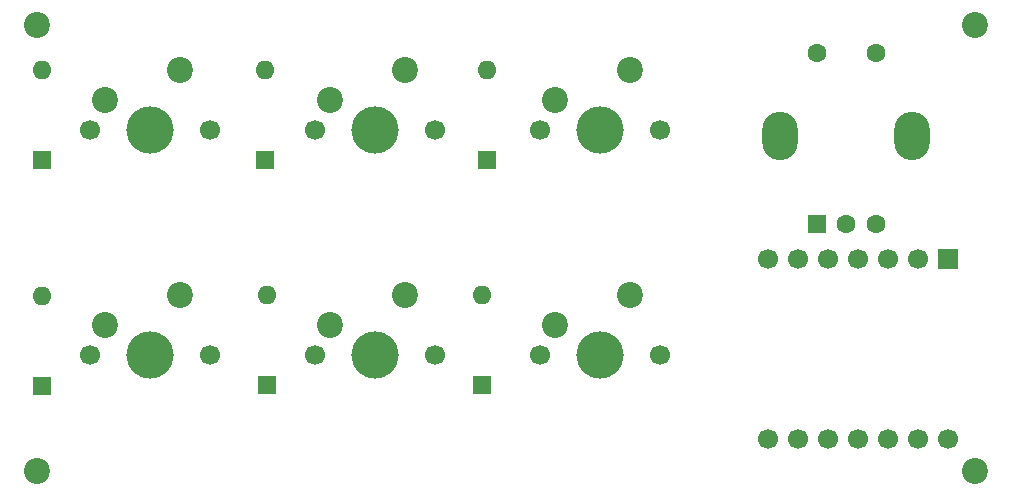
<source format=gbr>
%TF.GenerationSoftware,KiCad,Pcbnew,8.0.5*%
%TF.CreationDate,2024-10-23T20:01:10-04:00*%
%TF.ProjectId,HackPadCase,4861636b-5061-4644-9361-73652e6b6963,rev?*%
%TF.SameCoordinates,Original*%
%TF.FileFunction,Soldermask,Top*%
%TF.FilePolarity,Negative*%
%FSLAX46Y46*%
G04 Gerber Fmt 4.6, Leading zero omitted, Abs format (unit mm)*
G04 Created by KiCad (PCBNEW 8.0.5) date 2024-10-23 20:01:10*
%MOMM*%
%LPD*%
G01*
G04 APERTURE LIST*
G04 Aperture macros list*
%AMRoundRect*
0 Rectangle with rounded corners*
0 $1 Rounding radius*
0 $2 $3 $4 $5 $6 $7 $8 $9 X,Y pos of 4 corners*
0 Add a 4 corners polygon primitive as box body*
4,1,4,$2,$3,$4,$5,$6,$7,$8,$9,$2,$3,0*
0 Add four circle primitives for the rounded corners*
1,1,$1+$1,$2,$3*
1,1,$1+$1,$4,$5*
1,1,$1+$1,$6,$7*
1,1,$1+$1,$8,$9*
0 Add four rect primitives between the rounded corners*
20,1,$1+$1,$2,$3,$4,$5,0*
20,1,$1+$1,$4,$5,$6,$7,0*
20,1,$1+$1,$6,$7,$8,$9,0*
20,1,$1+$1,$8,$9,$2,$3,0*%
G04 Aperture macros list end*
%ADD10RoundRect,0.250000X0.550000X-0.550000X0.550000X0.550000X-0.550000X0.550000X-0.550000X-0.550000X0*%
%ADD11C,1.600000*%
%ADD12O,3.000000X4.100000*%
%ADD13C,2.200000*%
%ADD14C,1.700000*%
%ADD15C,4.000000*%
%ADD16R,1.600000X1.600000*%
%ADD17O,1.600000X1.600000*%
%ADD18R,1.700000X1.700000*%
G04 APERTURE END LIST*
D10*
%TO.C,SW7*%
X187165000Y-78635000D03*
D11*
X192165000Y-78635000D03*
X189665000Y-78635000D03*
X187165000Y-64135000D03*
X192165000Y-64135000D03*
D12*
X184065000Y-71135000D03*
X195265000Y-71135000D03*
%TD*%
D13*
%TO.C,SW1*%
X126880000Y-68120000D03*
X133230000Y-65580000D03*
D14*
X135770000Y-70660000D03*
D15*
X130690000Y-70660000D03*
D14*
X125610000Y-70660000D03*
%TD*%
D13*
%TO.C,*%
X121165000Y-61735000D03*
%TD*%
D16*
%TO.C,D3*%
X140465000Y-73215000D03*
D17*
X140465000Y-65595000D03*
%TD*%
D13*
%TO.C,SW6*%
X164980000Y-87170000D03*
X171330000Y-84630000D03*
D14*
X173870000Y-89710000D03*
D15*
X168790000Y-89710000D03*
D14*
X163710000Y-89710000D03*
%TD*%
D13*
%TO.C,*%
X200565000Y-99535000D03*
%TD*%
%TO.C,*%
X121165000Y-99535000D03*
%TD*%
%TO.C,SW3*%
X145930000Y-68120000D03*
X152280000Y-65580000D03*
D14*
X154820000Y-70660000D03*
D15*
X149740000Y-70660000D03*
D14*
X144660000Y-70660000D03*
%TD*%
D13*
%TO.C,REF\u002A\u002A*%
X200565000Y-61735000D03*
%TD*%
D18*
%TO.C,U1*%
X198305000Y-81535000D03*
D14*
X195765000Y-81535000D03*
X193225000Y-81535000D03*
X190685000Y-81535000D03*
X188145000Y-81535000D03*
X185605000Y-81535000D03*
X183065000Y-81535000D03*
X183065000Y-96785000D03*
X185605000Y-96785000D03*
X188145000Y-96785000D03*
X190685000Y-96785000D03*
X193225000Y-96785000D03*
X195765000Y-96785000D03*
X198305000Y-96785000D03*
%TD*%
D13*
%TO.C,SW2*%
X126880000Y-87170000D03*
X133230000Y-84630000D03*
D14*
X135770000Y-89710000D03*
D15*
X130690000Y-89710000D03*
D14*
X125610000Y-89710000D03*
%TD*%
D16*
%TO.C,D2*%
X158845000Y-92225000D03*
D17*
X158845000Y-84605000D03*
%TD*%
D13*
%TO.C,SW5*%
X164980000Y-68120000D03*
X171330000Y-65580000D03*
D14*
X173870000Y-70660000D03*
D15*
X168790000Y-70660000D03*
D14*
X163710000Y-70660000D03*
%TD*%
D16*
%TO.C,D6*%
X121585000Y-92355000D03*
D17*
X121585000Y-84735000D03*
%TD*%
D16*
%TO.C,D1*%
X159275000Y-73185000D03*
D17*
X159275000Y-65565000D03*
%TD*%
D13*
%TO.C,SW4*%
X145930000Y-87170000D03*
X152280000Y-84630000D03*
D14*
X154820000Y-89710000D03*
D15*
X149740000Y-89710000D03*
D14*
X144660000Y-89710000D03*
%TD*%
D16*
%TO.C,D4*%
X140615000Y-92225000D03*
D17*
X140615000Y-84605000D03*
%TD*%
D16*
%TO.C,D5*%
X121565000Y-73195000D03*
D17*
X121565000Y-65575000D03*
%TD*%
M02*

</source>
